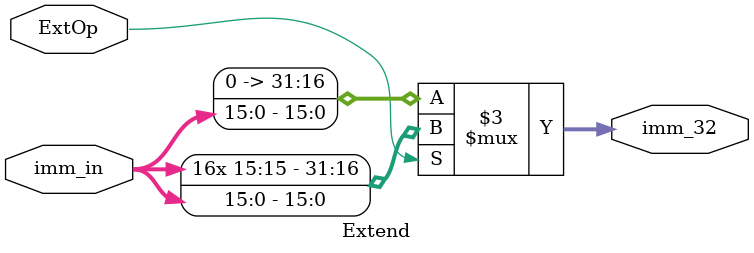
<source format=v>
module Extend # (
    parameter in_size = 16 
) (
    input ExtOp,
    input [in_size - 1:0] imm_in,
    output reg [31:0] imm_32
);

    always @(ExtOp or imm_in) begin
        if (ExtOp) imm_32 = $signed(imm_in);
        else imm_32 = imm_in;
    end

endmodule
</source>
